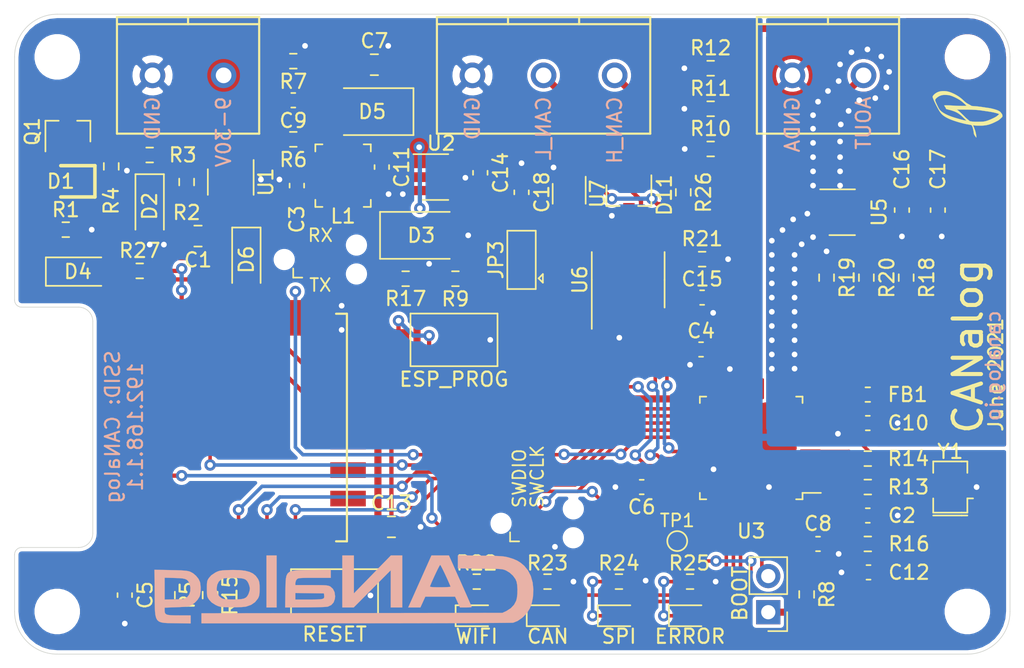
<source format=kicad_pcb>
(kicad_pcb (version 20211014) (generator pcbnew)
  (title_block (title "CANalog") (date "2021-05-04") (company "erry Leumas"))
  (layers (0 "F.Cu" signal) (31 "B.Cu" signal) (34 "B.Paste" user) (35 "F.Paste" user) (36 "B.SilkS" user "B.Silkscreen") (37 "F.SilkS" user "F.Silkscreen") (38 "B.Mask" user) (39 "F.Mask" user) (44 "Edge.Cuts" user))
  (net 0 "")
  (net 1 "GND")
  (net 2 "/Vin")
  (net 3 "Net-(C3-Pad2)")
  (net 4 "Net-(C3-Pad1)")
  (net 5 "+3V3")
  (net 6 "ESP_RESET")
  (net 7 "/5V5")
  (net 8 "Net-(C9-Pad2)")
  (net 9 "GNDA")
  (net 10 "VDDA")
  (net 11 "+5V")
  (net 12 "STM_RESET")
  (net 13 "/OA_PWR")
  (net 14 "Net-(D1-Pad2)")
  (net 15 "Net-(D2-Pad1)")
  (net 16 "/RXD")
  (net 17 "Net-(D6-Pad1)")
  (net 18 "CAN_LED")
  (net 19 "Net-(D7-Pad1)")
  (net 20 "SPI_LED")
  (net 21 "Net-(D8-Pad1)")
  (net 22 "ERROR_LED")
  (net 23 "Net-(D9-Pad1)")
  (net 24 "Net-(D10-Pad1)")
  (net 25 "/CANL")
  (net 26 "/CANH")
  (net 27 "Net-(J1-Pad1)")
  (net 28 "/SWCLK")
  (net 29 "/SWDIO")
  (net 30 "/TXD")
  (net 31 "/BOOT0")
  (net 32 "GPIO2")
  (net 33 "V_B2")
  (net 34 "V_B1")
  (net 35 "V_B0")
  (net 36 "/XIN")
  (net 37 "/XOUT")
  (net 38 "CH_PD")
  (net 39 "STM_CS")
  (net 40 "GPIO0")
  (net 41 "CAN_TX")
  (net 42 "CAN_RX")
  (net 43 "CAN_TERM")
  (net 44 "MOSI")
  (net 45 "MISO")
  (net 46 "SCLK")
  (net 47 "STM_RDY")
  (net 48 "DAC")
  (net 49 "Net-(J5-Pad1)")
  (net 50 "Net-(J6-Pad1)")
  (net 51 "Net-(U3-Pad21)")
  (net 52 "Net-(U3-Pad17)")
  (net 53 "Net-(U3-Pad16)")
  (net 54 "Net-(U3-Pad15)")
  (net 55 "Net-(U3-Pad4)")
  (net 56 "Net-(U3-Pad3)")
  (net 57 "Net-(U3-Pad2)")
  (net 58 "Net-(U4-Pad22)")
  (net 59 "Net-(U4-Pad21)")
  (net 60 "Net-(U4-Pad20)")
  (net 61 "Net-(U4-Pad19)")
  (net 62 "Net-(U4-Pad18)")
  (net 63 "Net-(U4-Pad17)")
  (net 64 "Net-(U4-Pad4)")
  (net 65 "Net-(U4-Pad2)")
  (net 66 "Net-(J4-Pad1)")
  (net 67 "Net-(JP2-Pad1)")
  (net 68 "Net-(R3-Pad1)")
  (net 69 "Net-(R13-Pad2)")
  (net 70 "Net-(R14-Pad2)")
  (net 71 "Net-(R18-Pad2)")
  (net 72 "Net-(R18-Pad1)")
  (net 73 "Net-(R21-Pad1)")
  (net 74 "Net-(R26-Pad2)")
  (net 75 "Net-(U2-Pad4)")
  (net 76 "Net-(U6-Pad5)")
  (net 77 "Net-(U3-Pad30)")
  (net 78 "Net-(J4-Pad6)")
  (net 79 "Net-(J5-Pad6)")
  (net 80 "Net-(J5-Pad2)")
  (net 81 "Net-(U3-Pad46)")
  (net 82 "Net-(U3-Pad45)")
  (net 83 "Net-(U3-Pad43)")
  (net 84 "Net-(U3-Pad42)")
  (net 85 "Net-(U3-Pad22)")
  (net 86 "Net-(U3-Pad12)")
  (net 87 "Net-(U3-Pad11)")
  (net 88 "Net-(U3-Pad10)")
  (net 89 "Net-(TP1-Pad1)")
  (net 90 "Net-(U3-Pad13)")
  (net 91 "/GPIO15")
  (footprint "MountingHole:MountingHole_2.7mm_M2.5" (layer "F.Cu") (at 28 143)
    (fp_text reference "H1" hide)
    (fp_text value "MountingHole" hide)
  )
  (footprint "MountingHole:MountingHole_2.7mm_M2.5" (layer "F.Cu") (at 28 182)
    (fp_text reference "H2" hide)
    (fp_text value "MountingHole" hide)
  )
  (footprint "MountingHole:MountingHole_2.7mm_M2.5" (layer "F.Cu") (at 92 143)
    (fp_text reference "H4" hide)
    (fp_text value "MountingHole" hide)
  )
  (footprint "MountingHole:MountingHole_2.7mm_M2.5" (layer "F.Cu") (at 92 182)
    (fp_text reference "H3" hide)
    (fp_text value "MountingHole" hide)
  )
  (footprint "Capacitor_SMD:C_0805_2012Metric" (layer "F.Cu") (at 37.9 155.6 180)
    (fp_text reference "C1")
    (fp_text value "4.7uF")
  )
  (footprint "Capacitor_SMD:C_0603_1608Metric" (layer "F.Cu") (at 44.85 152.05 90)
    (fp_text reference "C3")
    (fp_text value "100nF")
  )
  (footprint "Capacitor_SMD:C_0805_2012Metric" (layer "F.Cu") (at 50.3 143.55)
    (fp_text reference "C7")
    (fp_text value "10uF")
  )
  (footprint "Capacitor_SMD:C_0603_1608Metric" (layer "F.Cu") (at 44.6 146.05 180)
    (fp_text reference "C9")
    (fp_text value "33pF")
  )
  (footprint "Capacitor_SMD:C_0603_1608Metric" (layer "F.Cu") (at 57.75 151.15 -90)
    (fp_text reference "C14")
    (fp_text value "1uF")
  )
  (footprint "Capacitor_SMD:C_0603_1608Metric" (layer "F.Cu") (at 60.65 152.525 -90)
    (fp_text reference "C18")
    (fp_text value "100nF")
  )
  (footprint "LED_SMD:LED_0603_1608Metric" (layer "F.Cu") (at 67.5 182.3)
    (fp_text reference "D8" hide)
    (fp_text value "ORG")
  )
  (footprint "LED_SMD:LED_0603_1608Metric" (layer "F.Cu") (at 72.5 182.3)
    (fp_text reference "D9" hide)
    (fp_text value "RED")
  )
  (footprint "Package_TO_SOT_SMD:SOT-23" (layer "F.Cu") (at 68.2 152.725 -90)
    (fp_text reference "D11")
    (fp_text value "PESD1CAN")
  )
  (footprint "pl_TerminalBlock:WJ127-5.0-2P" (layer "F.Cu") (at 39.7 144.3 180)
    (fp_text reference "J1" hide)
    (fp_text value "PWR")
  )
  (footprint "pl_TerminalBlock:WJ127-5.0-2P" (layer "F.Cu") (at 84.7 144.3 180)
    (fp_text reference "J6" hide)
    (fp_text value "AOUT")
  )
  (footprint "Jumper:SolderJumper-3_P1.3mm_Bridged2Bar12_Pad1.0x1.5mm" (layer "F.Cu") (at 60.65 157.275 90)
    (fp_text reference "JP3")
    (fp_text value "PSELECT")
  )
  (footprint "Resistor_SMD:R_0603_1608Metric" (layer "F.Cu") (at 44.6 148.8 180)
    (fp_text reference "R6")
    (fp_text value "124k")
  )
  (footprint "Resistor_SMD:R_0603_1608Metric" (layer "F.Cu") (at 44.6 143.3 180)
    (fp_text reference "R7")
    (fp_text value "20.5k")
  )
  (footprint "Resistor_SMD:R_0603_1608Metric" (layer "F.Cu") (at 73.95 143.8)
    (fp_text reference "R12")
    (fp_text value "1k")
  )
  (footprint "Resistor_SMD:R_0603_1608Metric" (layer "F.Cu") (at 85 177.25)
    (fp_text reference "R16")
    (fp_text value "10k")
  )
  (footprint "Resistor_SMD:R_0603_1608Metric" (layer "F.Cu") (at 73.35 157.225)
    (fp_text reference "R21")
    (fp_text value "0")
  )
  (footprint "Resistor_SMD:R_0603_1608Metric" (layer "F.Cu") (at 72.5 179.9 180)
    (fp_text reference "R25")
    (fp_text value "1k")
  )
  (footprint "Button_Switch_SMD:SW_SPST_CK_RS282G05A3" (layer "F.Cu") (at 47.5 180.875 180)
    (fp_text reference "SW1" hide)
    (fp_text value "RESET")
  )
  (footprint "Button_Switch_SMD:SW_SPST_CK_RS282G05A3" (layer "F.Cu") (at 55.9 162.9 180)
    (fp_text reference "SW2" hide)
    (fp_text value "ESP_PROG")
  )
  (footprint "Package_TO_SOT_SMD:SOT-23-6" (layer "F.Cu") (at 40.2 151.8 -90)
    (fp_text reference "U1")
    (fp_text value "BL9342")
  )
  (footprint "Package_TO_SOT_SMD:SOT-23-5" (layer "F.Cu") (at 54.6 151.45)
    (fp_text reference "U2")
    (fp_text value "MIC5504-3.3YM5")
  )
  (footprint "Package_SO:SOIC-8_3.9x4.9mm_P1.27mm" (layer "F.Cu") (at 68.15 158.675 90)
    (fp_text reference "U6")
    (fp_text value "SN65HVD230")
  )
  (footprint "Package_TO_SOT_SMD:SOT-353_SC-70-5" (layer "F.Cu") (at 64 152.625 -90)
    (fp_text reference "U7")
    (fp_text value "74AHC1G66")
  )
  (footprint "Capacitor_SMD:C_0603_1608Metric" (layer "F.Cu") (at 73.35 159.925 180)
    (fp_text reference "C15")
    (fp_text value "100nF")
  )
  (footprint "Package_TO_SOT_SMD:SOT-23" (layer "F.Cu") (at 28.75 148.25 90)
    (fp_text reference "Q1")
    (fp_text value "DMP3099L-7")
  )
  (footprint "Resistor_SMD:R_0603_1608Metric" (layer "F.Cu") (at 52.5 158.6)
    (fp_text reference "R17")
    (fp_text value "10k")
  )
  (footprint "Resistor_SMD:R_0603_1608Metric" (layer "F.Cu") (at 38.75 180.85 90)
    (fp_text reference "R15")
    (fp_text value "10k")
  )
  (footprint "Resistor_SMD:R_0603_1608Metric" (layer "F.Cu") (at 56 158.6 180)
    (fp_text reference "R9")
    (fp_text value "10k")
  )
  (footprint "Diode_SMD:D_SOD-123" (layer "F.Cu") (at 41.3 157.25 -90)
    (fp_text reference "D6")
    (fp_text value "1N4148W")
  )
  (footprint "Diode_SMD:D_SOD-123" (layer "F.Cu") (at 34.5 153.5 -90)
    (fp_text reference "D2")
    (fp_text value "4.7V")
  )
  (footprint "Resistor_SMD:R_0603_1608Metric" (layer "F.Cu") (at 34.5 149.9)
    (fp_text reference "R3")
    (fp_text value "20k")
  )
  (footprint "Resistor_SMD:R_0603_1608Metric" (layer "F.Cu") (at 37.1 151.8 -90)
    (fp_text reference "R2")
    (fp_text value "120k")
  )
  (footprint "Resistor_SMD:R_0603_1608Metric" (layer "F.Cu") (at 31.8 150.7 90)
    (fp_text reference "R4")
    (fp_text value "12k")
  )
  (footprint "pl_Inductor:L_3.5mmx3.0mm_SMD" (layer "F.Cu") (at 48.1 151.35 90)
    (fp_text reference "L1")
    (fp_text value "2.2uH")
  )
  (footprint "pl_Diode:SMAF" (layer "F.Cu") (at 50.15 146.85 180)
    (fp_text reference "D5")
    (fp_text value "SS14F")
  )
  (footprint "Capacitor_SMD:C_0603_1608Metric" (layer "F.Cu") (at 50.825 150.75 -90)
    (fp_text reference "C11")
    (fp_text value "1uF")
  )
  (footprint "ESP8266:ESP-12E_SMD" (layer "F.Cu") (at 32.75 176.05 90)
    (fp_text reference "U4" hide)
    (fp_text value "ESP-12F" hide)
  )
  (footprint "LED_SMD:LED_0603_1608Metric" (layer "F.Cu") (at 62.5 182.3)
    (fp_text reference "D7" hide)
    (fp_text value "GRN")
  )
  (footprint "Resistor_SMD:R_0603_1608Metric" (layer "F.Cu") (at 57.5 179.9)
    (fp_text reference "R22")
    (fp_text value "1k")
  )
  (footprint "TestPoint:TestPoint_Pad_D1.0mm" (layer "F.Cu") (at 71.6 177.05)
    (fp_text reference "TP1")
    (fp_text value "PA15")
  )
  (footprint "Connector:Tag-Connect_TC2030-IDC-NL_2x03_P1.27mm_Vertical" (layer "F.Cu") (at 46.5 157.25)
    (fp_text reference "J5" hide)
    (fp_text value "ESP_PROG")
  )
  (footprint "pl_Diode:SMAF" (layer "F.Cu") (at 53.6 155.55)
    (fp_text reference "D3")
    (fp_text value "SS14F")
  )
  (footprint "Capacitor_SMD:C_0603_1608Metric" (layer "F.Cu") (at 32.75 180.85 -90)
    (fp_text reference "C5")
    (fp_text value "100nF")
  )
  (footprint "Resistor_SMD:R_0603_1608Metric" (layer "F.Cu") (at 35.75 180.85 90)
    (fp_text reference "R5")
    (fp_text value "10k")
  )
  (footprint "Capacitor_SMD:C_0805_2012Metric" (layer "F.Cu") (at 51.5 176.05)
    (fp_text reference "C13")
    (fp_text value "10uF")
  )
  (footprint "pl_Diode:Nexperia_BZV55_SOD80C" (layer "F.Cu") (at 28.25 151.75 180)
    (fp_text reference "D1")
    (fp_text value "BZV55-C15")
  )
  (footprint "Resistor_SMD:R_0603_1608Metric" (layer "F.Cu") (at 28.6 155.15)
    (fp_text reference "R1")
    (fp_text value "10k")
  )
  (footprint "Inductor_SMD:L_0603_1608Metric" (layer "F.Cu") (at 85 166.75)
    (fp_text reference "FB1")
    (fp_text value "FBS")
  )
  (footprint "Package_QFP:LQFP-48_7x7mm_P0.5mm" (layer "F.Cu") (at 76.8 170.5 180)
    (fp_text reference "U3")
    (fp_text value "STM32F302C8T6")
  )
  (footprint "Resistor_SMD:R_0603_1608Metric" (layer "F.Cu") (at 85 171.25)
    (fp_text reference "R14")
    (fp_text value "R")
  )
  (footprint "Capacitor_SMD:C_0603_1608Metric" (layer "F.Cu") (at 85 168.75)
    (fp_text reference "C10")
    (fp_text value "100nF")
  )
  (footprint "Resistor_SMD:R_0603_1608Metric" (layer "F.Cu") (at 85 173.25)
    (fp_text reference "R13")
    (fp_text value "R")
  )
  (footprint "Capacitor_SMD:C_0603_1608Metric" (layer "F.Cu") (at 85 175.25)
    (fp_text reference "C2")
    (fp_text value "1uF")
  )
  (footprint "Connector_PinHeader_2.54mm:PinHeader_1x02_P2.54mm_Vertical" (layer "F.Cu") (at 78 182.05 180)
    (fp_text reference "JP2" hide)
    (fp_text value "BOOT0")
  )
  (footprint "Resistor_SMD:R_0603_1608Metric" (layer "F.Cu") (at 80.7 180.8 -90)
    (fp_text reference "R8")
    (fp_text value "1k")
  )
  (footprint "Capacitor_SMD:C_0603_1608Metric" (layer "F.Cu") (at 81.5 177.25)
    (fp_text reference "C8")
    (fp_text value "100nF")
  )
  (footprint "Capacitor_SMD:C_0603_1608Metric" (layer "F.Cu") (at 85.05 179.25)
    (fp_text reference "C12")
    (fp_text value "100nF")
  )
  (footprint "Crystal:Resonator_SMD_muRata_CSTxExxV-3Pin_3.0x1.1mm" (layer "F.Cu") (at 90.8 173.25 90)
    (fp_text reference "Y1")
    (fp_text value "16MHz")
  )
  (footprint "Resistor_SMD:R_0603_1608Metric" (layer "F.Cu") (at 67.5 179.9 180)
    (fp_text reference "R24")
    (fp_text value "1k")
  )
  (footprint "Resistor_SMD:R_0603_1608Metric" (layer "F.Cu") (at 62.475 179.9 180)
    (fp_text reference "R23")
    (fp_text value "1k")
  )
  (footprint "LED_SMD:LED_0603_1608Metric" (layer "F.Cu") (at 57.5 182.3)
    (fp_text reference "D10" hide)
    (fp_text value "BLU")
  )
  (footprint "Capacitor_SMD:C_0603_1608Metric" (layer "F.Cu") (at 69.1 173.25 180)
    (fp_text reference "C6")
    (fp_text value "100nF")
  )
  (footprint "Connector:Tag-Connect_TC2030-IDC-NL_2x03_P1.27mm_Vertical" (layer "F.Cu") (at 61.75 175.8)
    (fp_text reference "J4" hide)
    (fp_text value "STM_PROG")
  )
  (footprint "Resistor_SMD:R_0603_1608Metric" (layer "F.Cu") (at 73.95 149.475)
    (fp_text reference "R10")
    (fp_text value "1k")
  )
  (footprint "Resistor_SMD:R_0603_1608Metric" (layer "F.Cu") (at 73.95 146.65)
    (fp_text reference "R11")
    (fp_text value "1k")
  )
  (footprint "Resistor_SMD:R_0603_1608Metric" (layer "F.Cu") (at 87.7 158.525 -90)
    (fp_text reference "R18")
    (fp_text value "120k")
  )
  (footprint "Resistor_SMD:R_0603_1608Metric" (layer "F.Cu") (at 84.9 158.525 -90)
    (fp_text reference "R20")
    (fp_text value "68k")
  )
  (footprint "Resistor_SMD:R_0603_1608Metric" (layer "F.Cu") (at 82.1 158.525 90)
    (fp_text reference "R19")
    (fp_text value "12k")
  )
  (footprint "Capacitor_SMD:C_0603_1608Metric" (layer "F.Cu") (at 87.4 153.775 -90)
    (fp_text reference "C16")
    (fp_text value "100nF")
  )
  (footprint "Package_TO_SOT_SMD:SOT-23-5" (layer "F.Cu") (at 83.2 153.925)
    (fp_text reference "U5")
    (fp_text value "OPA330xxDBV")
  )
  (footprint "Capacitor_SMD:C_0603_1608Metric" (layer "F.Cu") (at 89.925 153.775 -90)
    (fp_text reference "C17")
    (fp_text value "1uF")
  )
  (footprint "Capacitor_SMD:C_0603_1608Metric" (layer "F.Cu") (at 73.275 163.575 180)
    (fp_text reference "C4")
    (fp_text value "100nF")
  )
  (footprint "Resistor_SMD:R_0603_1608Metric" (layer "F.Cu") (at 72.025 152.525 -90)
    (fp_text reference "R26")
    (fp_text value "120")
  )
  (footprint "PL_logo:logo_height_5mm" (layer "F.Cu") (at 92.025 147.05 90)
    (fp_text reference "G***" hide)
    (fp_text value "LOGO" hide)
  )
  (footprint "Diode_SMD:D_SOD-123" (layer "F.Cu") (at 29.45 158.1)
    (fp_text reference "D4")
    (fp_text value "1N4148W")
  )
  (footprint "Resistor_SMD:R_0603_1608Metric" (layer "F.Cu") (at 33.8 158.05)
    (fp_text reference "R27")
    (fp_text value "1k")
  )
  (footprint "pl_TerminalBlock:WJ127-5.0-3P" (layer "F.Cu") (at 67.2 144.3 180)
    (fp_text reference "J7" hide)
    (fp_text value "CAN")
  )
  (footprint "NetTie:NetTie-2_SMD_Pad0.5mm" (layer "B.Cu") (at 77.75 169.75)
    (fp_text reference "NT1" hide)
    (fp_text value "Net-Tie_2")
  )
  (footprint "pl_art:pl_canalog" (layer "B.Cu") (at 48.15 180.55 180)
    (fp_text reference "G***" hide)
    (fp_text value "LOGO" hide)
  )
  (gr_line (start 25 160.1) (end 25 143) (layer "Edge.Cuts") (width 0.05))
  (gr_line (start 25 178) (end 25 182) (layer "Edge.Cuts") (width 0.05))
  (gr_arc (start 25 178) (mid 25.146447 177.646447) (end 25.5 177.5) (layer "Edge.Cuts") (width 0.05))
  (gr_arc (start 28 185) (mid 25.87868 184.12132) (end 25 182) (layer "Edge.Cuts") (width 0.05))
  (gr_arc (start 95 182) (mid 94.12132 184.12132) (end 92 185) (layer "Edge.Cuts") (width 0.05))
  (gr_line (start 25.5 160.6) (end 29.5 160.6) (layer "Edge.Cuts") (width 0.05))
  (gr_arc (start 30.5 176.5) (mid 30.207107 177.207107) (end 29.5 177.5) (layer "Edge.Cuts") (width 0.05))
  (gr_line (start 28 140) (end 92 140) (layer "Edge.Cuts") (width 0.05))
  (gr_arc (start 25.5 160.6) (mid 25.146447 160.453553) (end 25 160.1) (layer "Edge.Cuts") (width 0.05))
  (gr_line (start 95 143) (end 95 182) (layer "Edge.Cuts") (width 0.05))
  (gr_arc (start 29.5 160.6) (mid 30.207107 160.892893) (end 30.5 161.6) (layer "Edge.Cuts") (width 0.05))
  (gr_arc (start 25 143) (mid 25.87868 140.87868) (end 28 140) (layer "Edge.Cuts") (width 0.05))
  (gr_line (start 30.5 161.6) (end 30.5 176.5) (layer "Edge.Cuts") (width 0.05))
  (gr_line (start 29.5 177.5) (end 25.5 177.5) (layer "Edge.Cuts") (width 0.05))
  (gr_line (start 92 185) (end 28 185) (layer "Edge.Cuts") (width 0.05))
  (gr_arc (start 92 140) (mid 94.12132 140.87868) (end 95 143) (layer "Edge.Cuts") (width 0.05))
  (gr_text "CAN_H" (at 67.2 145.7 90) (layer "B.SilkS") (effects (font (size 1 1)) (justify left mirror)))
  (gr_text "GND" (at 34.7 145.7 90) (layer "B.SilkS") (effects (font (size 1 1)) (justify left mirror)))
  (gr_text "AOUT" (at 84.7 145.7 90) (layer "B.SilkS") (effects (font (size 1 1)) (justify left mirror)))
  (gr_text "CAN_L" (at 62.2 145.7 90) (layer "B.SilkS") (effects (font (size 1 1)) (justify left mirror)))
  (gr_text "SSID: CANalog\n192.168.1.1" (at 32.7 169.025 90) (layer "B.SilkS") (effects (font (size 1 1)) (justify mirror)))
  (gr_text "GNDA" (at 79.7 145.7 90) (layer "B.SilkS") (effects (font (size 1 1)) (justify left mirror)))
  (gr_text "9-30V" (at 39.7 145.7 90) (layer "B.SilkS") (effects (font (size 1 1)) (justify left mirror)))
  (gr_text "GND" (at 57.2 145.7 90) (layer "B.SilkS") (effects (font (size 1 1)) (justify left mirror)))
  (gr_text "canalog.io" (at 93.825 164.725 90) (layer "B.SilkS") (effects (font (size 1 1)) (justify mirror)))
  (gr_text "ERROR" (at 72.5 183.75) (layer "F.SilkS") (effects (font (size 1 1))))
  (gr_text "SWDIO" (at 60.5 174.8 90) (layer "F.SilkS") (effects (font (size 0.9 0.9) (thickness 0.128571)) (justify left)))
  (gr_text "BOOT" (at 76 180.75 90) (layer "F.SilkS") (effects (font (size 1 1))))
  (gr_text "CANalog" (at 92.05 163.35 90) (layer "F.SilkS") (effects (font (size 2 2) (thickness 0.285714))))
  (gr_text "SPI" (at 67.5 183.75) (layer "F.SilkS") (effects (font (size 1 1))))
  (gr_text "ESP_PROG" (at 55.9 165.675) (layer "F.SilkS") (effects (font (size 1 1))))
  (gr_text "RESET" (at 47.5 183.6) (layer "F.SilkS") (effects (font (size 1 1))))
  (gr_text "SWCLK" (at 61.75 174.8 90) (layer "F.SilkS") (effects (font (size 0.9 0.9) (thickness 0.128571)) (justify left)))
  (gr_text "RX" (at 46.5 155.55) (layer "F.SilkS") (effects (font (size 0.9 0.9) (thickness 0.128571))))
  (gr_text "TX" (at 46.5 159.05) (layer "F.SilkS") (effects (font (size 0.9 0.9) (thickness 0.128571))))
  (gr_text "CAN" (at 62.5 183.75) (layer "F.SilkS") (effects (font (size 1 1))))
  (gr_text "June 2021" (at 94 165.35 90) (layer "F.SilkS") (effects (font (size 1 1))))
  (gr_text "WIFI" (at 57.5 183.75) (layer "F.SilkS") (effects (font (size 1 1))))
  (segment (start 73.125 146.65) (end 72.1 146.65) (width 0.3) (layer "F.Cu") (net 1))
  (segment (start 74.55 166.3375) (end 74.55 165.3) (width 0.25) (layer "F.Cu") (net 1))
  (segment (start 74.125 159.925) (end 74.125 161) (width 0.25) (layer "F.Cu") (net 1))
  (segment (start 29.425 155.15) (end 30.425 155.15) (width 0.3) (layer "F.Cu") (net 1))
  (segment (start 69.306575 179.9) (end 69.377062 179.829513) (width 0.3) (layer "F.Cu") (net 1))
  (segment (start 59.8 162.9) (end 58.45 162.9) (width 0.3) (layer "F.Cu") (net 1))
  (segment (start 60.65 151.75) (end 60.65 150.475) (width 0.3) (layer "F.Cu") (net 1))
  (segment (start 74.9 164.95) (end 75.3 164.95) (width 0.25) (layer "F.Cu") (net 1))
  (segment (start 82.275 177.275) (end 82.95 177.95) (width 0.25) (layer "F.Cu") (net 1))
  (segment (start 68.325 173.25) (end 67.25 173.25) (width 0.3) (layer "F.Cu") (net 1))
  (segment (start 63.02 176.435) (end 63.02 177.43) (width 0.25) (layer "F.Cu") (net 1))
  (segment (start 82.275 177.25) (end 82.275 177.275) (width 0.25) (layer "F.Cu") (net 1))
  (segment (start 45.425 143.3) (end 45.425 142.225) (width 0.3) (layer "F.Cu") (net 1))
  (segment (start 72.5 163.575) (end 72.5 164.65) (width 0.25) (layer "F.Cu") (net 1))
  (segment (start 74.175 157.225) (end 75.175 157.225) (width 0.25) (layer "F.Cu") (net 1))
  (segment (start 63.35 151.224998) (end 62.9 150.774998) (width 0.3) (layer "F.Cu") (net 1))
  (segment (start 32.375 151.525) (end 32.9 151) (width 0.5) (layer "F.Cu") (net 1))
  (segment (start 52.45 176.05) (end 53.54999 176.05) (width 0.3) (layer "F.Cu") (net 1))
  (segment (start 67.45 153.725) (end 67 154.175) (width 0.3) (layer "F.Cu") (net 1))
  (segment (start 79.05 173.65) (end 78.65 173.25) (width 0.25) (layer "F.Cu") (net 1))
  (segment (start 51.275 142.225) (end 51.25 142.25) (width 0.3) (layer "F.Cu") (net 1))
  (segment (start 68.325 179.9) (end 69.306575 179.9) (width 0.3) (layer "F.Cu") (net 1))
  (segment (start 51.25 142.25) (end 51.25 143.55) (width 0.3) (layer "F.Cu") (net 1))
  (segment (start 53.325 158.6) (end 53.325 158.375) (width 0.3) (layer "F.Cu") (net 1))
  (segment (start 63.02 177.43) (end 63 177.45) (width 0.25) (layer "F.Cu") (net 1))
  (segment (start 73.325 179.9) (end 74.3 179.9) (width 0.25) (layer "F.Cu") (net 1))
  (segment (start 90.8 173.25) (end 92.65 173.25) (width 0.25) (layer "F.Cu") (net 1))
  (segment (start 67.525 161.16) (end 67.515 161.15) (width 0.3) (layer "F.Cu") (net 1))
  (segment (start 74.55 165.3) (end 74.9 164.95) (width 0.25) (layer "F.Cu") (net 1))
  (segment (start 74.15 172.565685) (end 74.15 172) (width 0.25) (layer "F.Cu") (net 1))
  (segment (start 63.35 151.675) (end 63.35 151.224998) (width 0.3) (layer "F.Cu") (net 1))
  (segment (start 31.8 151.525) (end 32.375 151.525) (width 0.5) (layer "F.Cu") (net 1))
  (segment (start 53.325 158.375) (end 54.15 157.55) (width 0.3) (layer "F.Cu") (net 1))
  (segment (start 32.75 181.625) (end 32.75 182.85) (width 0.3) (layer "F.Cu") (net 1))
  (segment (start 74.3 179.9) (end 74.300006 179.899994) (width 0.25) (layer "F.Cu") (net 1))
  (segment (start 63.3 179.9) (end 64.3 179.9) (width 0.3) (layer "F.Cu") (net 1))
  (segment (start 84.275 179.25) (end 83.15 179.25) (width 0.25) (layer "F.Cu") (net 1))
  (segment (start 78.65 173.25) (end 78.05 173.25) (width 0.25) (layer "F.Cu") (net 1))
  (segment (start 47.77 157.885) (end 46.75 158.905) (width 0.3) (layer "F.Cu") (net 1))
  (segment (start 73.125 149.475) (end 72.125 149.475) (width 0.25) (layer "F.Cu") (net 1))
  (segment (start 46.75 158.905) (end 46.75 162.05) (width 0.3) (layer "F.Cu") (net 1))
  (segment (start 68.2 153.725) (end 67.45 153.725) (width 0.3) (layer "F.Cu") (net 1))
  (segment (start 79.05 174.6625) (end 79.05 173.65) (width 0.25) (layer "F.Cu") (net 1))
  (segment (start 67.525 162.75) (end 67.525 161.16) (width 0.3) (layer "F.Cu") (net 1))
  (segment (start 55.5 155.55) (end 56.9 155.55) (width 0.3) (layer "F.Cu") (net 1))
  (segment (start 73.125 143.8) (end 72.1 143.8) (width 0.3) (layer "F.Cu") (net 1))
  (segment (start 72.6375 172.75) (end 73.965685 172.75) (width 0.25) (layer "F.Cu") (net 1))
  (segment (start 51.4 180.875) (end 50.025 180.875) (width 0.25) (layer "F.Cu") (net 1))
  (segment (start 73.965685 172.75) (end 74.15 172.565685) (width 0.25) (layer "F.Cu") (net 1))
  (segment (start 85.775 175.25) (end 87.1 175.25) (width 0.25) (layer "F.Cu") (net 1))
  (via (at 72.1 146.65) (size 0.8) (drill 0.4) (layers "F.Cu" "B.Cu") (net 1))
  (via (at 51.275 142.225) (size 0.8) (drill 0.4) (layers "F.Cu" "B.Cu") (net 1))
  (via (at 78.05 173.25) (size 0.8) (drill 0.4) (layers "F.Cu" "B.Cu") (net 1))
  (via (at 43.625 151.625) (size 0.8) (drill 0.4) (layers "F.Cu" "B.Cu") (net 1))
  (via (at 92.65 173.25) (size 0.8) (drill 0.4) (layers "F.Cu" "B.Cu") (net 1))
  (via (at 54.15 157.55) (size 0.8) (drill 0.4) (layers "F.Cu" "B.Cu") (net 1))
  (via (at 63 177.45) (size 0.8) (drill 0.4) (layers "F.Cu" "B.Cu") (net 1))
  (via (at 30.425 155.15) (size 0.8) (drill 0.4) (layers "F.Cu" "B.Cu") (net 1))
  (via (at 34.5 156.2) (size 0.8) (drill 0.4) (layers "F.Cu" "B.Cu") (net 1))
  (via (at 62.9 150.774998) (size 0.8) (drill 0.4) (layers "F.Cu" "B.Cu") (net 1))
  (via (at 48 160.5) (size 0.8) (drill 0.4) (layers "F.Cu" "B.Cu") (net 1))
  (via (at 53.54999 176.05) (size 0.8) (drill 0.4) (layers "F.Cu" "B.Cu") (net 1))
  (via (at 69.377062 179.829513) (size 0.8) (drill 0.4) (layers "F.Cu" "B.Cu") (net 1))
  (via (at 74.300006 179.899994) (size 0.8) (drill 0.4) (layers "F.Cu" "B.Cu") (net 1))
  (via (at 72.5 164.65) (size 0.8) (drill 0.4) (layers "F.Cu" "B.Cu") (net 1))
  (via (at 56.9 155.55) (size 0.8) (drill 0.4) (layers "F.Cu" "B.Cu") (net 1))
  (via (at 45.425 142.225) (size 0.8) (drill 0.4) (layers "F.Cu" "B.Cu") (net 1))
  (via (at 74.15 172) (size 0.8) (drill 0.4) (layers "F.Cu" "B.Cu") (net 1))
  (via (at 48 162.2) (size 0.8) (drill 0.4) (layers "F.Cu" "B.Cu") (net 1))
  (via (at 67.25 173.25) (size 0.8) (drill 0.4) (layers "F.Cu" "B.Cu") (net 1))
  (via (at 52.3 152.65) (size 0.8) (drill 0.4) (layers "F.Cu" "B.Cu") (net 1))
  (via (at 74.125 161) (size 0.8) (drill 0.4) (layers "F.Cu" "B.Cu") (net 1))
  (via (at 64.3 179.9) (size 0.8) (drill 0.4) (layers "F.Cu" "B.Cu") (net 1))
  (via (at 32.75 182.85) (size 0.8) (drill 0.4) (layers "F.Cu" "B.Cu") (net 1))
  (via (at 56.7 151.5) (size 0.8) (drill 0.4) (layers "F.Cu" "B.Cu") (net 1))
  (via (at 58.45 162.9) (size 0.8) (drill 0.4) (layers "F.Cu" "B.Cu") (net 1))
  (via (at 42.325 151.625) (size 0.8) (drill 0.4) (layers "F.Cu" "B.Cu") (net 1))
  (via (at 75.175 157.225) (size 0.8) (drill 0.4) (layers "F.Cu" "B.Cu") (net 1))
  (via (at 51.3 152.65) (size 0.8) (drill 0.4) (layers "F.Cu" "B.Cu") (net 1))
  (via (at 75.3 164.95) (size 0.8) (drill 0.4) (layers "F.Cu" "B.Cu") (net 1))
  (via (at 72.125 149.475) (size 0.8) (drill 0.4) (layers "F.Cu" "B.Cu") (net 1))
  (via (at 35.5 156.2) (size 0.8) (drill 0.4) (layers "F.Cu" "B.Cu") (net 1))
  (via (at 32.9 151) (size 0.8) (drill 0.4) (layers "F.Cu" "B.Cu") (net 1))
  (via (at 50.025 180.875) (size 0.8) (drill 0.4) (layers "F.Cu" "B.Cu") (net 1))
  (via (at 87.1 175.25) (size 0.8) (drill 0.4) (layers "F.Cu" "B.Cu") (net 1))
  (via (at 67.525 162.75) (size 0.8) (drill 0.4) (layers "F.Cu" "B.Cu") (net 1))
  (via (at 60.65 150.475) (size 0.8) (drill 0.4) (layers "F.Cu" "B.Cu") (net 1))
  (via (at 72.1 143.8) (size 0.8) (drill 0.4) (layers "F.Cu" "B.Cu") (net 1))
  (via (at 82.95 177.95) (size 0.8) (drill 0.4) (layers "F.Cu" "B.Cu") (net 1))
  (via (at 67 154.175) (size 0.8) (drill 0.4) (layers "F.Cu" "B.Cu") (net 1))
  (via (at 83.15 179.25) (size 0.8) (drill 0.4) (layers "F.Cu" "B.Cu") (net 1))
  (segment (start 77.25 169.75) (end 77.25 168.825) (width 0.7) (layer "B.Cu") (net 1))
  (segment (start 77.25 169.75) (end 77.25 170.675) (width 0.7) (layer "B.Cu") (net 1))
  (segment (start 44.275 150.7) (end 44.85 151.275) (width 0.5) (layer "F.Cu") (net 3))
  (segment (start 41.15 150.7) (end 44.275 150.7) (width 0.5) (layer "F.Cu") (net 3))
  (segment (start 64.85 165.4) (end 66.5 167.05) (width 0.5) (layer "F.Cu") (net 5))
  (segment (start 80.725 179.95) (end 80.7 179.975) (width 0.5) (layer "F.Cu") (net 5))
  (segment (start 80 177.25) (end 80.725 177.25) (width 0.25) (layer "F.Cu") (net 5))
  (segment (start 46.75 180.380002) (end 46.75 176.05) (width 0.3) (layer "F.Cu") (net 5))
  (segment (start 58.775 150.725) (end 58.775 158.15) (width 0.5) (layer "F.Cu") (net 5))
  (segment (start 84.2125 166.75) (end 80.55 166.75) (width 0.5) (layer "F.Cu") (net 5))
  (segment (start 58.2875 182.3) (end 58.2875 182.9) (width 0.3) (layer "F.Cu") (net 5))
  (segment (start 59.2 158.575) (end 56.85 158.575) (width 0.5) (layer "F.Cu") (net 5))
  (segment (start 50.55 167.6) (end 50.55 176.05) (width 0.5) (layer "F.Cu") (net 5))
  (segment (start 63.5 158.575) (end 64.85 159.925) (width 0.5) (layer "F.Cu") (net 5))
  (segment (start 74.05 170.826998) (end 74.875001 171.651999) (width 0.25) (layer "F.Cu") (net 5))
  (segment (start 64.85 159.925) (end 64.85 165.4) (width 0.5) (layer "F.Cu") (net 5))
  (segment (start 74.05 166.3375) (end 74.05 170.826998) (width 0.25) (layer "F.Cu") (net 5))
  (segment (start 84.175 175.3) (end 84.225 175.25) (width 0.5) (layer "F.Cu") (net 5))
  (segment (start 57.46249 183.72501) (end 45.85501 183.72501) (width 0.3) (layer "F.Cu") (net 5))
  (segment (start 79.55 174.6625) (end 79.55 176.8) (width 0.25) (layer "F.Cu") (net 5))
  (segment (start 53.3 162.125) (end 53.3 164.85) (width 0.5) (layer "F.Cu") (net 5))
  (segment (start 56.825 158.6) (end 53.3 162.125) (width 0.5) (layer "F.Cu") (net 5))
  (segment (start 79.55 173.55) (end 79.55 174.6625) (width 0.25) (layer "F.Cu") (net 5))
  (segment (start 80.9625 173.25) (end 82.225 173.25) (width 0.25) (layer "F.Cu") (net 5))
  (segment (start 74.875001 172.477094) (end 74.102095 173.25) (width 0.25) (layer "F.Cu") (net 5))
  (segment (start 80.725 177.25) (end 80.725 179.95) (width 0.5) (layer "F.Cu") (net 5))
  (segment (start 74.05 166.3375) (end 74.05 163.575) (width 0.25) (layer "F.Cu") (net 5))
  (segment (start 84.175 177.25) (end 84.175 175.3) (width 0.5) (layer "F.Cu") (net 5))
  (segment (start 79.85 173.25) (end 79.55 173.55) (width 0.25) (layer "F.Cu") (net 5))
  (segment (start 60.65 158.575) (end 63.5 158.575) (width 0.5) (layer "F.Cu") (net 5))
  (segment (start 74.102095 173.25) (end 72.6375 173.25) (width 0.25) (layer "F.Cu") (net 5))
  (segment (start 35.75 181.675) (end 38.75 181.675) (width 0.3) (layer "F.Cu") (net 5))
  (segment (start 82.225 173.25) (end 84.225 175.25) (width 0.25) (layer "F.Cu") (net 5))
  (segment (start 44.630001 182.500001) (end 46.75 180.380002) (width 0.3) (layer "F.Cu") (net 5))
  (segment (start 58.2875 182.9) (end 57.46249 183.72501) (width 0.3) (layer "F.Cu") (net 5))
  (segment (start 38.75 181.675) (end 39.575001 182.500001) (width 0.3) (layer "F.Cu") (net 5))
  (segment (start 80.9625 173.25) (end 79.85 173.25) (width 0.25) (layer "F.Cu") (net 5))
  (segment (start 39.575001 182.500001) (end 44.630001 182.500001) (width 0.3) (layer "F.Cu") (net 5))
  (segment (start 58.775 158.15) (end 59.2 158.575) (width 0.5) (layer "F.Cu") (net 5))
  (segment (start 74.875001 171.651999) (end 74.875001 172.477094) (width 0.25) (layer "F.Cu") (net 5))
  (segment (start 53.3 164.85) (end 50.55 167.6) (width 0.5) (layer "F.Cu") (net 5))
  (segment (start 66.5 167.05) (end 73.2 167.05) (width 0.5) (layer "F.Cu") (net 5))
  (segment (start 58.425 150.375) (end 58.775 150.725) (width 0.5) (layer "F.Cu") (net 5))
  (segment (start 59.2 158.575) (end 60.65 158.575) (width 0.5) (layer "F.Cu") (net 5))
  (segment (start 46.75 176.05) (end 50.55 176.05) (width 0.5) (layer "F.Cu") (net 5))
  (segment (start 56.85 158.575) (end 56.825 158.6) (width 0.5) (layer "F.Cu") (net 5))
  (segment (start 79.55 176.8) (end 80 177.25) (width 0.25) (layer "F.Cu") (net 5))
  (segment (start 80.55 166.75) (end 80.25 167.05) (width 0.5) (layer "F.Cu") (net 5))
  (segment (start 45.85501 183.72501) (end 44.630001 182.500001) (width 0.3) (layer "F.Cu") (net 5))
  (segment (start 57.75 150.375) (end 58.425 150.375) (width 0.5) (layer "F.Cu") (net 5))
  (segment (start 72.6375 173.25) (end 69.875 173.25) (width 0.25) (layer "F.Cu") (net 5))
  (segment (start 43.6 180.875) (end 36.6 180.875) (width 0.25) (layer "F.Cu") (net 6))
  (segment (start 32.75 164.55) (end 31.25 163.05) (width 0.3) (layer "F.Cu") (net 6))
  (segment (start 35.7 180.075) (end 35.75 180.025) (width 0.3) (layer "F.Cu") (net 6))
  (segment (start 36.6 180.875) (end 35.75 180.025) (width 0.25) (layer "F.Cu") (net 6))
  (segment (start 32.75 180.075) (end 35.7 180.075) (width 0.3) (layer "F.Cu") (net 6))
  (segment (start 32.75 176.05) (end 32.75 164.55) (width 0.3) (layer "F.Cu") (net 6))
  (segment (start 32.75 176.05) (end 32.75 178.75) (width 0.3) (layer "F.Cu") (net 6))
  (segment (start 32.75 178.75) (end 32.75 180.075) (width 0.3) (layer "F.Cu") (net 6))
  (segment (start 29.45 158.1) (end 27.8 158.1) (width 0.3) (layer "F.Cu") (net 6))
  (segment (start 31.25 159.9) (end 29.45 158.1) (width 0.3) (layer "F.Cu") (net 6))
  (segment (start 31.25 163.05) (end 31.25 159.9) (width 0.3) (layer "F.Cu") (net 6))
  (segment (start 43.825 146.05) (end 43.825 143.35) (width 0.3) (layer "F.Cu") (net 8))
  (segment (start 43.825 143.35) (end 43.775 143.3) (width 0.3) (layer "F.Cu") (net 8))
  (segment (start 43.775 146.1) (end 43.825 146.05) (width 0.3) (layer "F.Cu") (net 8))
  (segment (start 43.775 148.8) (end 43.775 146.1) (width 0.3) (layer "F.Cu") (net 8))
  (segment (start 43.775 148.8) (end 40.32 148.8) (width 0.3) (layer "F.Cu") (net 8))
  (segment (start 40.32 148.8) (end 39.25 149.87) (width 0.3) (layer "F.Cu") (net 8))
  (segment (start 39.25 149.87) (end 39.25 150.7) (width 0.3) (layer "F.Cu") (net 8))
  (segment (start 80.9625 169.75) (end 82.65 169.75) (width 0.25) (layer "F.Cu") (net 9))
  (segment (start 82.65 169.75) (end 82.9 169.5) (width 0.25) (layer "F.Cu") (net 9))
  (via (at 78.25 164.925) (size 0.8) (drill 0.4) (layers "F.Cu" "B.Cu") (net 9))
  (via (at 78.25 163.925) (size 0.8) (drill 0.4) (layers "F.Cu" "B.Cu") (net 9))
  (via (at 78.25 162.925) (size 0.8) (drill 0.4) (layers "F.Cu" "B.Cu") (net 9))
  (via (at 78.25 161.925) (size 0.8) (drill 0.4) (layers "F.Cu" "B.Cu") (net 9))
  (via (at 78.25 160.925) (size 0.8) (drill 0.4) (layers "F.Cu" "B.Cu") (net 9))
  (via (at 78.25 159.925) (size 0.8) (drill 0.4) (layers "F.Cu" "B.Cu") (net 9))
  (via (at 78.25 158.925) (size 0.8) (drill 0.4) (layers "F.Cu" "B.Cu") (net 9))
  (via (at 78.25 157.925) (size 0.8) (drill 0.4) (layers "F.Cu" "B.Cu") (net 9))
  (via (at 78.25 156.925) (size 0.8) (drill 0.4) (layers "F.Cu" "B.Cu") (net 9))
  (via (at 78.25 155.925) (size 0.8) (drill 0.4) (layers "F.Cu" "B.Cu") (net 9))
  (via (at 79.85 164.925) (size 0.8) (drill 0.4) (layers "F.Cu" "B.Cu") (net 9))
  (via (at 79.85 163.925) (size 0.8) (drill 0.4) (layers "F.Cu" "B.Cu") (net 9))
  (via (at 79.85 162.925) (size 0.8) (drill 0.4) (layers "F.Cu" "B.Cu") (net 9))
  (via (at 79.85 161.925) (size 0.8) (drill 0.4) (layers "F.Cu" "B.Cu") (net 9))
  (via (at 79.85 160.925) (size 0.8) (drill 0.4) (layers "F.Cu" "B.Cu") (net 9))
  (via (at 79.85 159.925) (size 0.8) (drill 0.4) (layers "F.Cu" "B.Cu") (net 9))
  (via (at 79.85 158.925) (size 0.8) (drill 0.4) (layers "F.Cu" "B.Cu") (net 9))
  (via (at 79.85 157.925) (size 0.8) (drill 0.4) (layers "F.Cu" "B.Cu") (net 9))
  (via (at 79.85 156.925) (size 0.8) (drill 0.4) (layers "F.Cu" "B.Cu") (net 9))
  (via (at 90.2 155.625) (size 0.8) (drill 0.4) (layers "F.Cu" "B.Cu") (net 9))
  (via (at 87.4 155.625) (size 0.8) (drill 0.4) (layers "F.Cu" "B.Cu") (net 9))
  (via (at 82.1 156.675) (size 0.8) (drill 0.4) (layers "F.Cu" "B.Cu") (net 9))
  (via (at 81.15 152.05) (size 0.8) (drill 0.4) (layers "F.Cu" "B.Cu") (net 9))
  (via (at 83.05 152.05) (size 0.8) (drill 0.4) (layers "F.Cu" "B.Cu") (net 9))
  (via (at 83.05 151.05) (size 0.8) (drill 0.4) (layers "F.Cu" "B.Cu") (net 9))
  (via (at 81.15 148.05) (size 0.8) (drill 0.4) (layers "F.Cu" "B.Cu") (net 9))
  (via (at 81.15 150.05) (size 0.8) (drill 0.4) (layers "F.Cu" "B.Cu") (net 9))
  (via (at 81.15 151.05) (size 0.8) (drill 0.4) (layers "F.Cu" "B.Cu") (net 9))
  (via (at 81.15 149.05) (size 0.8) (drill 0.4) (layers "F.Cu" "B.Cu") (net 9))
  (via (at 79 155.175) (size 0.8) (drill 0.4) (layers "F.Cu" "B.Cu") (net 9))
  (via (at 84.4 146.05) (size 0.8) (drill 0.4) (layers "F.Cu" "B.Cu") (net 9))
  (via (at 86.3 145.15) (size 0.8) (drill 0.4) (layers "F.Cu" "B.Cu") (net 9))
  (via (at 80.75 154.025) (size 0.8) (drill 0.4) (layers "F.Cu" "B.Cu") (net 9))
  (via (at 82.9 169.5) (size 0.8) (drill 0.4) (layers "F.Cu" "B.Cu") (net 9))
  (via (at 83.05 143.525) (size 0.8) (drill 0.4) (layers "F.Cu" "B.Cu") (net 9))
  (via (at 82.95 144.7) (size 0.8) (drill 0.4) (layers "F.Cu" "B.Cu") (net 9))
  (via (at 87.1 168.75) (size 0.8) (drill 0.4) (layers "F.Cu" "B.Cu") (net 9))
  (via (at 84.975 142.475) (size 0.8) (drill 0.4) (layers "F.Cu" "B.Cu") (net 9))
  (via (at 81.15 147.1) (size 0.8) (drill 0.4) (layers "F.Cu" "B.Cu") (net 9))
  (via (at 80.35 156.175) (size 0.8) (drill 0.4) (layers "F.Cu" "B.Cu") (net 9))
  (via (at 85.95 142.975) (size 0.8) (drill 0.4) (layers "F.Cu" "B.Cu") (net 9))
  (via (at 83.85 142.675) (size 0.8) (drill 0.4) (layers "F.Cu" "B.Cu") (net 9))
  (via (at 83.65 146.8) (size 0.8) (drill 0.4) (layers "F.Cu" "B.Cu") (net 9))
  (via (at 83.1 147.75) (size 0.8) (drill 0.4) (layers "F.Cu" "B.Cu") (net 9))
  (via (at 83.05 150.05) (size 0.8) (drill 0.4) (layers "F.Cu" "B.Cu") (net 9))
  (via (at 82.2 145.4) (size 0.8) (drill 0.4) (layers "F.Cu" "B.Cu") (net 9))
  (via (at 83.05 148.95) (size 0.8) (drill 0.4) (layers "F.Cu" "B.Cu") (net 9))
  (via (at 86.5 144.05) (size 0.8) (drill 0.4) (layers "F.Cu" "B.Cu") (net 9))
  (via (at 85.525 145.9) (size 0.8) (drill 0.4) (layers "F.Cu" "B.Cu") (net 9))
  (via (at 81.15 155.675) (size 0.8) (drill 0.4) (layers "F.Cu" "B.Cu") (net 9))
  (via (at 79.75 154.425) (size 0.8) (drill 0.4) (layers "F.Cu" "B.Cu") (net 9))
  (via (at 81.5 146.15) (size 0.8) (drill 0.4) (layers "F.Cu" "B.Cu") (net 9))
  (segment (start 78.25 170.05) (end 79.225 170.05) (width 0.7) (layer "B.Cu") (net 9))
  (segment (start 78.25 169.75) (end 78.25 168.85) (width 0.7) (layer "B.Cu") (net 9))
  (segment (start 78.25 168.85) (end 78.25 170.05) (width 0.7) (layer "B.Cu") (net 9))
  (segment (start 85.75 166.75) (end 84.225 168.275) (width 0.5) (layer "F.Cu") (net 10))
  (segment (start 85.7875 166.75) (end 85.75 166.75) (width 0.5) (layer "F.Cu") (net 10))
  (segment (start 84.225 168.275) (end 84.225 168.75) (width 0.5) (layer "F.Cu") (net 10))
  (segment (start 80.9625 169.25) (end 80.98749 169.22501) (width 0.25) (layer "F.Cu") (net 10))
  (segment (start 81.97499 169.22501) (end 82.45 168.75) (width 0.25) (layer "F.Cu") (net 10))
  (segment (start 82.45 168.75) (end 84.225 168.75) (width 0.25) (layer "F.Cu") (net 10))
  (segment (start 80.98749 169.22501) (end 81.97499 169.22501) (width 0.25) (layer "F.Cu") (net 10))
  (segment (start 59.475 152.125) (end 60.65 153.3) (width 0.5) (layer "F.Cu") (net 11))
  (segment (start 88.65 142.1) (end 88.65 152.7) (width 0.5) (layer "F.Cu") (net 11))
  (segment (start 59.475 150) (end 59.475 152.125) (width 0.5) (layer "F.Cu") (net 11))
  (segment (start 87.55 141) (end 54 141) (width 0.5) (layer "F.Cu") (net 11))
  (segment (start 53.5 152.4) (end 53.5 153.64998) (width 0.25) (layer "F.Cu") (net 11))
  (segment (start 54 141) (end 52.85 142.15) (width 0.5) (layer "F.Cu") (net 11))
  (segment (start 88.35 153) (end 87.4 153) (width 0.5) (layer "F.Cu") (net 11))
  (segment (start 88.65 152.7) (end 88.35 153) (width 0.5) (layer "F.Cu") (net 11))
  (segment (start 53.45 149.35) (end 58.825 149.35) (width 0.5) (layer "F.Cu") (net 11))
  (segment (start 60.65 153.3) (end 61.275 152.675) (width 0.3) (layer "F.Cu") (net 11))
  (segment (start 60.65 155.975) (end 60.65 153.3) (width 0.5) (layer "F.Cu") (net 11))
  (segment (start 87.55 141) (end 88.65 142.1) (width 0.5) (layer "F.Cu") (net 11))
  (segment (start 63.75 152.675) (end 64.65 153.575) (width 0.3) (layer "F.Cu") (net 11))
  (segment (start 52.85 142.15) (end 52.85 146.85) (width 0.5) (layer "F.Cu") (net 11))
  (segment (start 58.825 149.35) (end 59.475 150) (width 0.5) (layer "F.Cu") (net 11))
  (segment (start 61.275 152.675) (end 63.75 152.675) (width 0.3) (layer "F.Cu") (net 11))
  (via (at 53.5 153.64998) (size 0.8) (drill 0.4) (layers "F.Cu" "B.Cu") (net 11))
  (via (at 53.45 149.35) (size 0.8) (drill 0.4) (layers "F.Cu" "B.Cu") (net 11))
  (segment (start 53.5 153.64998) (end 53.5 149.4) (width 0.3) (layer "B.Cu") (net 11))
  (segment (start 53.5 149.4) (end 53.45 149.35) (width 0.3) (layer "B.Cu") (net 11))
  (segment (start 61.75 176.435) (end 61.75 178.45) (width 0.25) (layer "F.Cu") (net 12))
  (segment (start 85 176.425) (end 85.825 177.25) (width 0.25) (layer "F.Cu") (net 12))
  (segment (start 54.35 175.425) (end 54.35 175.45) (width 0.25) (layer "F.Cu") (net 12))
  (segment (start 32.975 158.05) (end 31.15 158.05) (width 0.3) (layer "F.Cu") (net 12))
  (segment (start 31.8 158.8) (end 31.1 158.1) (width 0.3) (layer "F.Cu") (net 12))
  (segment (start 36.75 172.45) (end 33.95 172.45) (width 0.3) (layer "F.Cu") (net 12))
  (segment (start 33.3 171.8) (end 33.3 164.3) (width 0.3) (layer "F.Cu") (net 12))
  (segment (start 57.35 178.45) (end 61.75 178.45) (width 0.25) (layer "F.Cu") (net 12))
  (segment (start 84.27499 180.80001) (end 77.551008 180.80001) (width 0.25) (layer "F.Cu") (net 12))
  (segment (start 76.775 180.024002) (end 76.775 178.45) (width 0.25) (layer "F.Cu") (net 12))
  (segment (start 85 170.657542) (end 85 176.425) (width 0.25) (layer "F.Cu") (net 12))
  (segment (start 61.75 178.45) (end 74.325 178.45) (width 0.25) (layer "F.Cu") (net 12))
  (segment (start 84.592458 170.25) (end 85 170.657542) (width 0.25) (layer "F.Cu") (net 12))
  (segment (start 31.8 162.8) (end 31.8 158.8) (width 0.3) (layer "F.Cu") (net 12))
  (segment (start 77.551008 180.80001) (end 76.775 180.024002) (width 0.25) (layer "F.Cu") (net 12))
  (segment (start 31.15 158.05) (end 31.1 158.1) (width 0.3) (layer "F.Cu") (net 12))
  (segment (start 80.9625 170.25) (end 84.592458 170.25) (width 0.25) (layer "F.Cu") (net 12))
  (segment (start 54.35 175.45) (end 57.35 178.45) (width 0.25) (layer "F.Cu") (net 12))
  (segment (start 33.95 172.45) (end 33.3 171.8) (width 0.3) (layer "F.Cu") (net 12))
  (segment (start 33.3 164.3) (end 31.8 162.8) (width 0.3) (layer "F.Cu") (net 12))
  (segment (start 85.825 177.25) (end 85.825 179.25) (width 0.25) (layer "F.Cu") (net 12))
  (segment (start 85.825 179.25) (end 84.27499 180.80001) (width 0.25) (layer "F.Cu") (net 12))
  (via (at 74.325 178.45) (size 0.8) (drill 0.4) (layers "F.Cu" "B.Cu") (net 12))
  (via (at 76.775 178.45) (size 0.8) (drill 0.4) (layers "F.Cu" "B.Cu") (net 12))
  (via (at 54.35 175.425) (size 0.8) (drill 0.4) (layers "F.Cu" "B.Cu") (net 12))
  (via (at 36.75 172.45) (size 0.8) (drill 0.4) (layers "F.Cu" "B.Cu") (net 12))
  (segment (start 36.75 172.45) (end 51.85 172.45) (width 0.25) (layer "B.Cu") (net 12))
  (segment (start 74.325 178.45) (end 76.775 178.45) (width 0.25) (layer "B.Cu") (net 12))
  (segment (start 54.35 172.8) (end 54 172.45) (width 0.25) (layer "B.Cu") (net 12))
  (segment (start 54.35 175.425) (end 54.35 172.8) (width 0.25) (layer "B.Cu") (net 12))
  (segment (start 54 172.45) (end 51.85 172.45) (width 0.25) (layer "B.Cu") (net 12))
  (segment (start 60.65 157.275) (end 63.225 157.275) (width 0.5) (layer "F.Cu") (net 13))
  (segment (start 72.575 159.925) (end 72.16721 159.51721) (width 0.5) (layer "F.Cu") (net 13))
  (segment (start 63.225 157.275) (end 65.46721 159.51721) (width 0.5) (layer "F.Cu") (net 13))
  (segment (start 69.44279 159.51721) (end 68.785 160.175) (width 0.5) (layer "F.Cu") (net 13))
  (segment (start 72.16721 159.51721) (end 69.44279 159.51721) (width 0.5) (layer "F.Cu") (net 13))
  (segment (start 65.46721 159.51721) (end 69.44279 159.51721) (width 0.5) (layer "F.Cu") (net 13))
  (segment (start 68.785 160.175) (end 68.785 161.15) (width 0.5) (layer "F.Cu") (net 13))
  (segment (start 26.6 151.75) (end 26.6 150.45) (width 0.3) (layer "F.Cu") (net 14))
  (segment (start 26.6 150.45) (end 27.8 149.25) (width 0.3) (layer "F.Cu") (net 14))
  (segment (start 39.25 152.9) (end 39.25 152.45) (width 0.5) (layer "F.Cu") (net 15))
  (segment (start 39.25 152.45) (end 37.775 150.975) (width 0.5) (layer "F.Cu") (net 15))
  (segment (start 37.775 150.975) (end 37.1 150.975) (width 0.5) (layer "F.Cu") (net 15))
  (segment (start 41.05 158.65) (end 36 158.65) (width 0.3) (layer "F.Cu") (net 16))
  (segment (start 34.75 159.9) (end 34.75 162.05) (width 0.3) (layer "F.Cu") (net 16))
  (segment (start 36 158.65) (end 34.75 159.9) (width 0.3) (layer "F.Cu") (net 16))
  (segment (start 41.3 158.9) (end 41.05 158.65) (width 0.3) (layer "F.Cu") (net 16))
  (segment (start 41.3 155.6) (end 45.485 155.6) (width 0.3) (layer "F.Cu") (net 17))
  (segment (start 45.485 155.6) (end 46.5 156.615) (width 0.3) (layer "F.Cu") (net 17))
  (segment (start 64.7375 180.85) (end 63.2875 182.3) (width 0.25) (layer "F.Cu") (net 18))
  (segment (start 75.05 180.45) (end 74.65 180.85) (width 0.25) (layer "F.Cu") (net 18))
  (segment (start 74.65 180.85) (end 64.7375 180.85) (width 0.25) (layer "F.Cu") (net 18))
  (segment (start 75.05 174.6625) (end 75.05 180.45) (width 0.25) (layer "F.Cu") (net 18))
  (segment (start 61.7125 182.3) (end 61.7125 179.9625) (width 0.25) (layer "F.Cu") (net 19))
  (segment (start 61.7125 179.9625) (end 61.65 179.9) (width 0.25) (layer "F.Cu") (net 19))
  (segment (start 75.55 180.66359) (end 74.91359 181.3) (width 0.25) (layer "F.Cu") (net 20))
  (segment (start 74.91359 181.3) (end 69.2875 181.3) (width 0.25) (layer "F.Cu") (net 20))
  (segment (start 75.55 174.6625) (end 75.55 180.66359) (width 0.25) (layer "F.Cu") (net 20))
  (segment (start 69.2875 181.3) (end 68.2875 182.3) (width 0.25) (layer "F.Cu") (net 20))
  (segment (start 66.7125 182.3) (end 65.65 182.3) (width 0.25) (layer "F.Cu") (net 21))
  (segment (start 65.65 179.9) (end 66.675 179.9) (width 0.25) (layer "F.Cu") (net 21))
  (via (at 65.65 182.3) (size 0.8) (drill 0.4) (layers "F.Cu" "B.Cu") (net 21))
  (via (at 65.65 179.9) (size 0.8) (drill 0.4) (layers "F.Cu" "B.Cu") (net 21))
  (segment (start 65.65 182.3) (end 65.65 179.9) (width 0.25) (layer "B.Cu") (net 21))
  (segment (start 73.2875 182.3) (end 74.55 182.3) (width 0.25) (layer "F.Cu") (net 22))
  (segment (start 74.55 182.3) (end 76.05 180.8) (width 0.25) (layer "F.Cu") (net 22))
  (segment (start 76.05 174.6625) (end 76.05 180.8) (width 0.25) (layer "F.Cu") (net 22))
  (segment (start 70.65 179.9) (end 71.675 179.9) (width 0.25) (layer "F.Cu") (net 23))
  (segment (start 71.7125 182.3) (end 70.65 182.3) (width 0.25) (layer "F.Cu") (net 23))
  (via (at 70.65 182.3) (size 0.8) (drill 0.4) (layers "F.Cu" "B.Cu") (net 23))
  (via (at 70.65 179.9) (size 0.8) (drill 0.4) (layers "F.Cu" "B.Cu") (net 23))
  (segment (start 70.65 182.3) (end 70.65 179.9) (width 0.25) (layer "B.Cu") (net 23))
  (segment (start 56.7125 179.9375) (end 56.675 179.9) (width 0.25) (layer "F.Cu") (net 24))
  (segment (start 56.675 182.2625) (end 56.7125 182.3) (width 0.3) (layer "F.Cu") (net 24))
  (segment (start 56.7125 182.3) (end 56.7125 179.9375) (width 0.25) (layer "F.Cu") (net 24))
  (segment (start 68.785 156.2) (end 68.785 154.84) (width 0.3) (layer "F.Cu") (net 25))
  (segment (start 69.05 154.575) (end 69.05 153.094998) (width 0.3) (layer "F.Cu") (net 25))
  (segment (start 69.05 153.094998) (end 67.680002 151.725) (width 0.3) (layer "F.Cu") (net 25))
  (segment (start 64.65 151.675) (end 64.65 146.75) (width 0.5) (layer "F.Cu") (net 25))
  (segment (start 64.65 151.675) (end 67.325 151.675) (width 0.5) (layer "F.Cu") (net 25))
  (segment (start 67.680002 151.725) (end 67.25 151.725) (width 0.3) (layer "F.Cu") (net 25))
  (segment (start 64.65 146.75) (end 62.2 144.3) (width 0.5) (layer "F.Cu") (net 25))
  (segment (start 68.785 154.84) (end 69.05 154.575) (width 0.3) (layer "F.Cu") (net 25))
  (segment (start 69.15 151.725) (end 69.15 146.25) (width 0.5) (layer "F.Cu") (net 26))
  (segment (start 70.44999 157.52501) (end 72.875 155.1) (width 0.3) (layer "F.Cu") (net 26))
  (segment (start 72.875 152.55) (end 72.025 151.7) (width 0.3) (layer "F.Cu") (net 26))
  (segment (start 69.175 151.7) (end 69.15 151.725) (width 0.5) (layer "F.Cu") (net 26))
  (segment (start 67.86501 157.52501) (end 70.44999 157.52501) (width 0.3) (layer "F.Cu") (net 26))
  (segment (start 69.15 146.25) (end 67.2 144.3) (width 0.5) (layer "F.Cu") (net 26))
  (segment (start 72.025 151.7) (end 69.175 151.7) (width 0.5) (layer "F.Cu") (net 26))
  (segment (start 72.875 155.1) (end 72.875 152.55) (width 0.3) (layer "F.Cu") (net 26))
  (segment (start 67.515 156.2) (end 67.515 157.175) (width 0.3) (layer "F.Cu") (net 26))
  (segment (start 67.515 157.175) (end 67.86501 157.52501) (width 0.3) (layer "F.Cu") (net 26))
  (segment (start 65.618355 173.568355) (end 66.7125 174.6625) (width 0.25) (layer "F.Cu") (net 28))
  (segment (start 66.7125 174.6625) (end 74.05 174.6625) (width 0.25) (layer "F.Cu") (net 28))
  (segment (start 61.75 175.165) (end 61.75 174.875019) (width 0.25) (layer "F.Cu") (net 28))
  (segment (start 61.75 174.875019) (end 62.35 174.275019) (width 0.25) (layer "F.Cu") (net 28))
  (via (at 62.35 174.275019) (size 0.8) (drill 0.4) (layers "F.Cu" "B.Cu") (net 28))
  (via (at 65.618355 173.568355) (size 0.8) (drill 0.4) (layers "F.Cu" "B.Cu") (net 28))
  (segment (start 65.6 173.55) (end 65.618355 173.568355) (width 0.25) (layer "B.Cu") (net 28))
  (segment (start 63.075019 173.55) (end 65.6 173.55) (width 0.25) (layer "B.Cu") (net 28))
  (segment (start 62.35 174.275019) (end 63.075019 173.55) (width 0.25) (layer "B.Cu") (net 28))
  (segment (start 65.911404 172.25) (end 64.611385 173.550019) (width 0.25) (layer "F.Cu") (net 29))
  (segment (start 64.611385 173.550019) (end 61.099981 173.550019) (width 0.25) (layer "F.Cu") (net 29))
  (segment (start 60.48 174.17) (end 60.48 175.165) (width 0.25) (layer "F.Cu") (net 29))
  (segment (start 61.099981 173.550019) (end 60.48 174.17) (width 0.25) (layer "F.Cu") (net 29))
  (segment (start 72.6375 172.25) (end 65.911404 172.25) (width 0.25) (layer "F.Cu") (net 29))
  (segment (start 41.624999 157.149999) (end 34.150001 157.149999) (width 0.3) (layer "F.Cu") (net 30))
  (segment (start 45.756299 158.628701) (end 43.103701 158.628701) (width 0.3) (layer "F.Cu") (net 30))
  (segment (start 46.5 157.885) (end 45.756299 158.628701) (width 0.3) (layer "F.Cu") (net 30))
  (segment (start 33.8 158.85) (end 32.75 159.9) (width 0.3) (layer "F.Cu") (net 30))
  (segment (start 32.75 159.9) (end 32.75 162.05) (width 0.3) (layer "F.Cu") (net 30))
  (segment (start 33.8 157.5) (end 33.8 158.85) (width 0.3) (layer "F.Cu") (net 30))
  (segment (start 34.150001 157.149999) (end 33.8 157.5) (width 0.3) (layer "F.Cu") (net 30))
  (segment (start 43.103701 158.628701) (end 41.624999 157.149999) (width 0.3) (layer "F.Cu") (net 30))
  (segment (start 77.55 174.6625) (end 77.55 179.06) (width 0.25) (layer "F.Cu") (net 31))
  (segment (start 77.55 179.06) (end 78 179.51) (width 0.25) (layer "F.Cu") (net 31))
  (segment (start 55.175 158.6) (end 53.225 160.55) (width 0.3) (layer "F.Cu") (net 32))
  (segment (start 50.5 161.269998) (end 50.5 164.440002) (width 0.3) (layer "F.Cu") (net 32))
  (segment (start 49.890002 165.05) (end 45.75 165.05) (width 0.3) (layer "F.Cu") (net 32))
  (segment (start 51.219998 160.55) (end 50.5 161.269998) (width 0.3) (layer "F.Cu") (net 32))
  (segment (start 50.5 164.440002) (end 49.890002 165.05) (width 0.3) (layer "F.Cu") (net 32))
  (segment (start 53.225 160.55) (end 51.219998 160.55) (width 0.3) (layer "F.Cu") (net 32))
  (segment (start 45.75 165.05) (end 42.75 162.05) (width 0.3) (layer "F.Cu") (net 32))
  (segment (start 75.625 149.475) (end 76.05 149.9) (width 0.25) (layer "F.Cu") (net 33))
  (segment (start 74.775 149.475) (end 75.625 149.475) (width 0.25) (layer "F.Cu") (net 33))
  (segment (start 76.05 166.3375) (end 76.05 149.9) (width 0.25) (layer "F.Cu") (net 33))
  (segment (start 75.9 146.65) (end 76.55 147.3) (width 0.25) (layer "F.Cu") (net 34))
  (segment (start 74.775 146.65) (end 75.9 146.65) (width 0.25) (layer "F.Cu") (net 34))
  (segment (start 76.55 166.3375) (end 76.55 147.3) (width 0.25) (layer "F.Cu") (net 34))
  (segment (start 77.07499 166.32501) (end 77.07499 144.09999) (width 0.25) (layer "F.Cu") (net 35))
  (segment (start 74.775 143.8) (end 76.775 143.8) (width 0.25) (layer "F.Cu") (net 35))
  (segment (start 77.0625 166.3375) (end 77.07499 166.32501) (width 0.25) (layer "F.Cu") (net 35))
  (segment (start 76.775 143.8) (end 77.07499 144.09999) (width 0.25) (layer "F.Cu") (net 35))
  (segment (start 77.05 166.3375) (end 77.0625 166.3375) (width 0.25) (layer "F.Cu") (net 35))
  (segment (start 81.1 171.25) (end 81.12499 171.27499) (width 0.25) (layer "F.Cu") (net 36))
  (segment (start 80.9625 171.25) (end 81.1 171.25) (width 0.25) (layer "F.Cu") (net 36))
  (segment (start 80.9625 171.25) (end 82.175 171.25) (width 0.25) (layer "F.Cu") (net 36))
  (segment (start 82.175 171.25) (end 84.175 173.25) (width 0.25) (layer "F.Cu") (net 36))
  (segment (start 80.9625 170.75) (end 83.675 170.75) (width 0.25) (layer "F.Cu") (net 37))
  (segment (start 83.675 170.75) (end 84.175 171.25) (width 0.25) (layer "F.Cu") (net 37))
  (segment (start 36.75 178.025) (end 38.75 180.025) (width 0.3) (layer "F.Cu") (net 38))
  (segment (start 36.75 176.05) (end 36.75 178.025) (width 0.3) (layer "F.Cu") (net 38))
  (segment (start 45.75 163.05) (end 44.75 162.05) (width 0.3) (layer "F.Cu") (net 39))
  (segment (start 51.675 159.025) (end 49 161.7) (width 0.3) (layer "F.Cu") (net 39))
  (segment (start 53.03087 170.975) (end 63.615443 170.975) (width 0.25) (layer "F.Cu") (net 39))
  (segment (start 44.75 162.05) (end 44.75 159.5) (width 0.25) (layer "F.Cu") (net 39))
  (segment (start 49 161.7) (end 49 162.65) (width 0.3) (layer "F.Cu") (net 39))
  (segment (start 48.6 163.05) (end 45.75 163.05) (width 0.3) (layer "F.Cu") (net 39))
  (segment (start 68.825456 169.749544) (end 72.637044 169.749544) (width 0.25) (layer "F.Cu") (net 39))
  (segment (start 51.675 158.6) (end 51.675 159.025) (width 0.3) (layer "F.Cu") (net 39))
  (segment (start 67.625 170.95) (end 68.825456 169.749544) (width 0.25) (layer "F.Cu") (net 39))
  (segment (start 72.637044 169.749544) (end 72.6375 169.75) (width 0.25) (layer "F.Cu") (net 39))
  (segment (start 63.615443 170.975) (end 63.639047 170.951396) (width 0.25) (layer "F.Cu") (net 39))
  (segment (start 49 162.65) (end 48.6 163.05) (width 0.3) (layer "F.Cu") (net 39))
  (via (at 67.625 170.95) (size 0.8) (drill 0.4) (layers "F.Cu" "B.Cu") (net 39))
  (via (at 53.03087 170.975) (size 0.8) (drill 0.4) (layers "F.Cu" "B.Cu") (net 39))
  (via (at 63.639047 170.951396) (size 0.8) (drill 0.4) (layers "F.Cu" "B.Cu") (net 39))
  (via (at 44.75 159.5) (size 0.8) (drill 0.4) (layers "F.Cu" "B.Cu") (net 39))
  (segment (start 67.625 170.95) (end 67.623604 170.951396) (width 0.25) (layer "B.Cu") (net 39))
  (segment (start 67.623604 170.951396) (end 63.639047 170.951396) (width 0.25) (layer "B.Cu") (net 39))
  (segment (start 45.275 170.975) (end 53.03087 170.975) (width 0.25) (layer "B.Cu") (net 39))
  (segment (start 44.75 159.5) (end 44.75 170.45) (width 0.25) (layer "B.Cu") (net 39))
  (segment (start 44.75 170.45) (end 45.275 170.975) (width 0.25) (layer "B.Cu") (net 39))
  (segment (start 58.325 179.9) (end 57.49999 179.07499) (width 0.3) (layer "F.Cu") (net 40))
  (segment (start 54.15001 164.865675) (end 54.15001 162.6) (width 0.3) (layer "F.Cu") (net 40))
  (segment (start 51.5 177.05) (end 51.5 167.515685) (width 0.3) (layer "F.Cu") (net 40))
  (segment (start 45.75 167.05) (end 49.890002 167.05) (width 0.3) (layer "F.Cu") (net 40))
  (segment (start 40.75 162.05) (end 45.75 167.05) (width 0.3) (layer "F.Cu") (net 40))
  (segment (start 52 164.940002) (end 52 162.9) (width 0.3) (layer "F.Cu") (net 40))
  (segment (start 52 162.9) (end 52 161.55) (width 0.3) (layer "F.Cu") (net 40))
  (segment (start 53.52499 179.07499) (end 51.5 177.05) (width 0.3) (layer "F.Cu") (net 40))
  (segment (start 49.890002 167.05) (end 50.445001 166.495001) (width 0.3) (layer "F.Cu") (net 40))
  (segment (start 51.5 167.515685) (end 54.15001 164.865675) (width 0.3) (layer "F.Cu") (net 40))
  (segment (start 50.445001 166.495001) (end 52 164.940002) (width 0.3) (layer "F.Cu") (net 40))
  (segment (start 57.49999 179.07499) (end 53.52499 179.07499) (width 0.3) (layer "F.Cu") (net 40))
  (via (at 52 161.55) (size 0.8) (drill 0.4) (layers "F.Cu" "B.Cu") (net 40))
  (via (at 54.15001 162.6) (size 0.8) (drill 0.4) (layers "F.Cu" "B.Cu") (net 40))
  (segment (start 53.05 162.6) (end 54.15001 162.6) (width 0.3) (layer "B.Cu") (net 40))
  (segment (start 52 161.55) (end 53.05 162.6) (width 0.3) (layer "B.Cu") (net 40))
  (segment (start 68.65 171) (end 69.4 171.75) (width 0.25) (layer "F.Cu") (net 41))
  (segment (start 68.85 166.2) (end 66.85 166.2) (width 0.25) (layer "F.Cu") (net 41))
  (segment (start 66.85 166.2) (end 66.245 165.595) (width 0.25) (layer "F.Cu") (net 41))
  (segment (start 66.245 165.595) (end 66.245 161.15) (width 0.25) (layer "F.Cu") (net 41))
  (segment (start 69.4 171.75) (end 72.6375 171.75) (width 0.25) (layer "F.Cu") (net 41))
  (via (at 68.65 171) (size 0.8) (drill 0.4) (layers "F.Cu" "B.Cu") (net 41))
  (via (at 68.85 166.2) (size 0.8) (drill 0.4) (layers "F.Cu" "B.Cu") (net 41))
  (segment (start 68.85 166.2) (end 69.75 167.1) (width 0.25) (layer "B.Cu") (net 41))
  (segment (start 69.75 167.1) (end 69.75 169.9) (width 0.25) (layer "B.Cu") (net 41))
  (segment (start 69.75 169.9) (end 68.65 171) (width 0.25) (layer "B.Cu") (net 41))
  (segment (start 69.7 171) (end 70.174363 171) (width 0.25) (layer "F.Cu") (net 42))
  (segment (start 70.174363 171) (end 70.424363 171.25) (width 0.25) (layer "F.Cu") (net 42))
  (segment (start 70.424363 171.25) (end 72.6375 171.25) (width 0.25) (layer "F.Cu") (net 42))
  (segment (start 69.85 166.15) (end 70.055 165.945) (width 0.25) (layer "F.Cu") (net 42))
  (segment (start 70.055 165.945) (end 70.055 161.15) (width 0.25) (layer "F.Cu") (net 42))
  (via (at 69.85 166.15) (size 0.8) (drill 0.4) (layers "F.Cu" "B.Cu") (net 42))
  (via (at 69.7 171) (size 0.8) (drill 0.4) (layers "F.Cu" "B.Cu") (net 42))
  (segment (start 70.229863 166.529863) (end 70.229863 170.470137) (width 0.25) (layer "B.Cu") (net 42))
  (segment (start 70.229863 170.470137) (end 69.7 171) (width 0.25) (layer "B.Cu") (net 42))
  (segment (start 69.85 166.15) (end 70.229863 166.529863) (width 0.25) (layer "B.Cu") (net 42))
  (segment (start 70.875 166.125) (end 70.875 162.95) (width 0.25) (layer "F.Cu") (net 43))
  (segment (start 70.875 162.95) (end 71.75 162.075) (width 0.25) (layer "F.Cu") (net 43))
  (segment (start 74.875 162.075) (end 75.6 161.35) (width 0.25) (layer "F.Cu") (net 43))
  (segment (start 75 158.925) (end 65.725 158.925) (width 0.25) (layer "F.Cu") (net 43))
  (segment (start 75.6 161.35) (end 75.6 159.525) (width 0.25) (layer "F.Cu") (net 43))
  (segment (start 65.725 158.925) (end 63.35 156.55) (width 0.25) (layer "F.Cu") (net 43))
  (segment (start 71 170.5) (end 71.25 170.75) (width 0.25) (layer "F.Cu") (net 43))
  (segment (start 71.25 170.75) (end 72.6375 170.75) (width 0.25) (layer "F.Cu") (net 43))
  (segment (start 63.35 156.55) (end 63.35 153.575) (width 0.25) (layer "F.Cu") (net 43))
  (segment (start 75.6 159.525) (end 75 158.925) (width 0.25) (layer "F.Cu") (net 43))
  (segment (start 71.75 162.075) (end 74.875 162.075) (width 0.25) (layer "F.Cu") (net 43))
  (via (at 71 170.5) (size 0.8) (drill 0.4) (layers "F.Cu" "B.Cu") (net 43))
  (via (at 70.875 166.125) (size 0.8) (drill 0.4) (layers "F.Cu" "B.Cu") (net 43))
  (segment (start 70.875 166.125) (end 70.7 166.3) (width 0.25) (layer "B.Cu") (net 43))
  (segment (start 70.7 166.3) (end 70.7 170.2) (width 0.25) (layer "B.Cu") (net 43))
  (segment (start 70.7 170.2) (end 71 170.5) (width 0.25) (layer "B.Cu") (net 43))
  (segment (start 54.873011 173.100009) (end 64.424985 173.100009) (width 0.25) (layer "F.Cu") (net 44))
  (segment (start 44.75 174.85) (end 44.75 176.05) (width 0.25) (layer "F.Cu") (net 44))
  (segment (start 52.25 174.7) (end 53.273002 174.7) (width 0.25) (layer "F.Cu") (net 44))
  (segment (start 64.424985 173.100009) (end 68.274994 169.25) (width 0.25) (layer "F.Cu") (net 44))
  (segment (start 54.873002 173.1) (end 54.873011 173.100009) (width 0.25) (layer "F.Cu") (net 44))
  (segment (start 53.273002 174.7) (end 54.873002 173.1) (width 0.25) (layer "F.Cu") (net 44))
  (segment (start 72.6375 169.25) (end 68.274994 169.25) (width 0.25) (layer "F.Cu") (net 44))
  (via (at 52.25 174.7) (size 0.8) (drill 0.4) (layers "F.Cu" "B.Cu") (net 44))
  (via (at 44.75 174.85) (size 0.8) (drill 0.4) (layers "F.Cu" "B.Cu") (net 44))
  (segment (start 52.1 174.85) (end 44.75 174.85) (width 0.25) (layer "B.Cu") (net 44))
  (segment (start 52.25 174.7) (end 52.1 174.85) (width 0.25) (layer "B.Cu") (net 44))
  (segment (start 42.75 174.85) (end 42.75 176.05) (width 0.25) (layer "F.Cu") (net 45))
  (segment (start 54.25 172.65) (end 52.95 173.95) (width 0.25) (layer "F.Cu") (net 45))
  (segment (start 72.6375 168.75) (end 68.138583 168.75) (width 0.25) (layer "F.Cu") (net 45))
  (segment (start 64.238583 172.65) (end 54.25 172.65) (width 0.25) (layer "F.Cu") (net 45))
  (segment (start 68.138583 168.75) (end 64.238583 172.65) (width 0.25) (layer "F.Cu") (net 45))
  (via (at 42.75 174.85) (size 0.8) (drill 0.4) (layers "F.Cu" "B.Cu") (net 45))
  (via (at 52.95 173.95) (size 0.8) (drill 0.4) (layers "F.Cu" "B.Cu") (net 45))
  (segment (start 43.65 173.95) (end 52.95 173.95) (width 0.25) (layer "B.Cu") (net 45))
  (segment (start 42.75 174.85) (end 43.65 173.95) (width 0.25) (layer "B.Cu") (net 45))
  (segment (start 52.25 173.2) (end 53.25 172.2) (width 0.25) (layer "F.Cu") (net 46))
  (segment (start 53.25 172.2) (end 64.052172 172.2) (width 0.25) (layer "F.Cu") (net 46))
  (segment (start 64.052172 172.2) (end 68.002172 168.25) (width 0.25) (layer "F.Cu") (net 46))
  (segment (start 68.002172 168.25) (end 72.6375 168.25) (width 0.25) (layer "F.Cu") (net 46))
  (segment (start 40.75 174.85) (end 40.75 176.05) (width 0.25) (layer "F.Cu") (net 46))
  (via (at 52.25 173.2) (size 0.8) (drill 0.4) (layers "F.Cu" "B.Cu") (net 46))
  (via (at 40.75 174.85) (size 0.8) (drill 0.4) (layers "F.Cu" "B.Cu") (net 46))
  (segment (start 42.4 173.2) (end 40.75 174.85) (width 0.25) (layer "B.Cu") (net 46))
  (segment (start 52.25 173.2) (end 42.4 173.2) (width 0.25) (layer "B.Cu") (net 46))
  (segment (start 67.865761 167.75) (end 63.915762 171.7) (width 0.25) (layer "F.Cu") (net 47))
  (segment (start 72.6375 167.75) (end 67.865761 167.75) (width 0.25) (layer "F.Cu") (net 47))
  (segment (start 38.75 171.7) (end 38.75 162.05) (width 0.25) (layer "F.Cu") (net 47))
  (segment (start 63.915762 171.7) (end 52.25 171.7) (width 0.25) (layer "F.Cu") (net 47))
  (via (at 52.25 171.7) (size 0.8) (drill 0.4) (layers "F.Cu" "B.Cu") (net 47))
  (via (at 38.75 171.7) (size 0.8) (drill 0.4) (layers "F.Cu" "B.Cu") (net 47))
  (segment (start 52.25 171.7) (end 38.75 171.7) (width 0.25) (layer "B.Cu") (net 47))
  (segment (start 82.1 154.875) (end 80.45 154.875) (width 0.25) (layer "F.Cu") (net 48))
  (segment (start 80.45 154.875) (end 79.05 156.275) (width 0.25) (layer "F.Cu") (net 48))
  (segment (start 79.05 156.275) (end 79.05 166.3375) (width 0.25) (layer "F.Cu") (net 48))
  (segment (start 83.2 153.475) (end 83.2 157.125) (width 0.3) (layer "F.Cu") (net 50))
  (segment (start 83.2 157.125) (end 83.775 157.7) (width 0.3) (layer "F.Cu") (net 50))
  (segment (start 82.1 152.975) (end 82.7 152.975) (width 0.3) (layer "F.Cu") (net 50))
  (segment (start 82.7 152.975) (end 83.2 153.475) (width 0.3) (layer "F.Cu") (net 50))
  (segment (start 83.775 157.7) (end 84.9 157.7) (width 0.3) (layer "F.Cu") (net 50))
  (segment (start 82.1 146.9) (end 84.7 144.3) (width 0.5) (layer "F.Cu") (net 50))
  (segment (start 82.1 152.975) (end 82.1 146.9) (width 0.5) (layer "F.Cu") (net 50))
  (segment (start 78 182.05) (end 80.275 182.05) (width 0.5) (layer "F.Cu") (net 67))
  (segment (start 80.275 182.05) (end 80.7 181.625) (width 0.5) (layer "F.Cu") (net 67))
  (segment (start 31.8 149.875) (end 33.65 149.875) (width 0.5) (layer "F.Cu") (net 68))
  (segment (start 33.65 149.875) (end 33.675 149.9) (width 0.5) (layer "F.Cu") (net 68))
  (segment (start 86.025 173.45) (end 85.825 173.25) (width 0.3) (layer "F.Cu") (net 69))
  (segment (start 90.8 174.45) (end 89.75 174.45) (width 0.25) (layer "F.Cu") (net 69))
  (segment (start 89.75 174.45) (end 88.55 173.25) (width 0.25) (layer "F.Cu") (net 69))
  (segment (start 88.55 173.25) (end 85.825 173.25) (width 0.25) (layer "F.Cu") (net 69))
  (segment (start 86.625 172.05) (end 85.825 171.25) (width 0.25) (layer "F.Cu") (net 70))
  (segment (start 90.8 172.05) (end 86.625 172.05) (width 0.25) (layer "F.Cu") (net 70))
  (segment (start 83.075 160.325) (end 82.1 159.35) (width 0.3) (layer "F.Cu") (net 71))
  (segment (start 87.7 159.35) (end 86.725 160.325) (width 0.3) (layer "F.Cu") (net 71))
  (segment (start 86.725 160.325) (end 83.075 160.325) (width 0.3) (layer "F.Cu") (net 71))
  (segment (start 82.1 159.725) (end 82.1 158.7) (width 0.3) (layer "F.Cu") (net 71))
  (segment (start 86.525 157.7) (end 87.7 157.7) (width 0.3) (layer "F.Cu") (net 72))
  (segment (start 86 155.475) (end 86 157.175) (width 0.3) (layer "F.Cu") (net 72))
  (segment (start 85.4 154.875) (end 86 155.475) (width 0.3) (layer "F.Cu") (net 72))
  (segment (start 84.9 159.35) (end 86.05 159.35) (width 0.3) (layer "F.Cu") (net 72))
  (segment (start 86.05 159.35) (end 87.7 157.7) (width 0.3) (layer "F.Cu") (net 72))
  (segment (start 84.3 154.875) (end 85.4 154.875) (width 0.3) (layer "F.Cu") (net 72))
  (segment (start 86 157.175) (end 86.525 157.7) (width 0.3) (layer "F.Cu") (net 72))
  (segment (start 66.245 157.07) (end 67.2 158.025) (width 0.25) (layer "F.Cu") (net 73))
  (segment (start 71.725 158.025) (end 72.525 157.225) (width 0.25) (layer "F.Cu") (net 73))
  (segment (start 67.2 158.025) (end 71.725 158.025) (width 0.25) (layer "F.Cu") (net 73))
  (segment (start 66.245 156.2) (end 66.245 157.07) (width 0.25) (layer "F.Cu") (net 73))
  (segment (start 66.375001 152.350001) (end 64.169999 152.350001) (width 0.3) (layer "F.Cu") (net 74))
  (segment (start 67 152.975) (end 66.375001 152.350001) (width 0.3) (layer "F.Cu") (net 74))
  (segment (start 72.025 153.35) (end 70.196872 153.35) (width 0.3) (layer "F.Cu") (net 74))
  (segment (start 70.196872 153.35) (end 69.817976 152.971104) (width 0.3) (layer "F.Cu") (net 74))
  (segment (start 64.169999 152.350001) (end 64 152.180002) (width 0.3) (layer "F.Cu") (net 74))
  (segment (start 64 152.180002) (end 64 151.675) (width 0.3) (layer "F.Cu") (net 74))
  (via (at 67 152.975) (size 0.8) (drill 0.4) (layers "F.Cu" "B.Cu") (net 74))
  (via (at 69.817976 152.971104) (size 0.8) (drill 0.4) (layers "F.Cu" "B.Cu") (net 74))
  (segment (start 67.003896 152.971104) (end 67 152.975) (width 0.3) (layer "B.Cu") (net 74))
  (segment (start 69.817976 152.971104) (end 67.003896 152.971104) (width 0.3) (layer "B.Cu") (net 74))
  (segment (start 74.55 174.6625) (end 74.55 176.1) (width 0.25) (layer "F.Cu") (net 89))
  (segment (start 74.55 176.1) (end 73.6 177.05) (width 0.25) (layer "F.Cu") (net 89))
  (segment (start 73.6 177.05) (end 71.6 177.05) (width 0.25) (layer "F.Cu") (net 89))
  (segment (start 36.75 159.4) (end 36.75 162.05) (width 0.3) (layer "F.Cu") (net 91))
  (segment (start 36.6 158.05) (end 36.75 157.9) (width 0.3) (layer "F.Cu") (net 91))
  (segment (start 34.625 158.05) (end 36.6 158.05) (width 0.3) (layer "F.Cu") (net 91))
  (via (at 36.75 157.9) (size 0.8) (drill 0.4) (layers "F.Cu" "B.Cu") (net 91))
  (via (at 36.75 159.4) (size 0.8) (drill 0.4) (layers "F.Cu" "B.Cu") (net 91))
  (segment (start 36.75 157.9) (end 36.75 159.4) (width 0.3) (layer "B.Cu") (net 91))
  (zone (net 9) (net_name "GNDA") (layer "F.Cu") (connect_pads (clearance 0.25)) (min_thickness 0.254) (fill yes (thermal_gap 0.25) (thermal_bridge_width 0.508))
    (polygon (pts (xy 95.5 170.4) (xy 85.55 170.4) (xy 85.55 166.25) (xy 77.85 166.25) (xy 77.85 139.5) (xy 95.5 139.5)))
  )
  (zone (net 5) (net_name "+3V3") (layer "F.Cu") (connect_pads yes (clearance 0.25)) (min_thickness 0.254) (fill yes (thermal_gap 0.508) (thermal_bridge_width 0.508))
    (polygon (pts (xy 80.55 174.25) (xy 73.05 174.25) (xy 73.05 166.75) (xy 80.55 166.75)))
  )
  (zone (net 11) (net_name "+5V") (layer "F.Cu") (priority 1) (connect_pads yes (clearance 0.25)) (min_thickness 0.254) (fill yes (thermal_gap 0.508) (thermal_bridge_width 0.508))
    (polygon (pts (xy 90.425 153.475) (xy 83.75 153.475) (xy 83.75 152.525) (xy 90.425 152.525)))
  )
  (zone (net 1) (net_name "GND") (layer "F.Cu") (connect_pads yes (clearance 0.25)) (min_thickness 0.254) (fill yes (thermal_gap 0.508) (thermal_bridge_width 0.508))
    (polygon (pts (xy 48.4 162.6) (xy 46.2 162.6) (xy 46.2 160.1) (xy 48.4 160.1)))
  )
  (zone (net 14) (net_name "Net-(D1-Pad2)") (layer "F.Cu") (connect_pads yes (clearance 0.25)) (min_thickness 0.254) (fill yes (thermal_gap 0.508) (thermal_bridge_width 0.508))
    (polygon (pts (xy 28.2 155.65) (xy 26.1 155.65) (xy 26.1 148.8) (xy 28.2 148.8)))
  )
  (zone (net 1) (net_name "GND") (layer "F.Cu") (connect_pads yes (clearance 0.25)) (min_thickness 0.254) (fill yes (thermal_gap 0.508) (thermal_bridge_width 0.508))
    (polygon (pts (xy 37.5 156.6) (xy 33.9 156.6) (xy 33.9 154.7) (xy 37.5 154.7)))
  )
  (zone (net 5) (net_name "+3V3") (layer "F.Cu") (connect_pads yes (clearance 0.25)) (min_thickness 0.254) (fill yes (thermal_gap 0.508) (thermal_bridge_width 0.508))
    (polygon (pts (xy 58.25 150.85) (xy 55.15 150.85) (xy 55.15 149.9) (xy 58.25 149.9)))
  )
  (zone (net 1) (net_name "GND") (layer "F.Cu") (connect_pads yes (clearance 0.25)) (min_thickness 0.254) (fill yes (thermal_gap 0.508) (thermal_bridge_width 0.508))
    (polygon (pts (xy 58.25 152.4) (xy 56.45 152.4) (xy 56.45 151.8) (xy 52.7 151.8) (xy 52.7 153.05) (xy 50.35 153.05) (xy 50.35 151.125) (xy 58.25 151.1)))
  )
  (zone (net 11) (net_name "+5V") (layer "F.Cu") (connect_pads yes (clearance 0.25)) (min_thickness 0.254) (fill yes (thermal_gap 0.508) (thermal_bridge_width 0.508))
    (polygon (pts (xy 54.05 150.8) (xy 50.35 150.8) (xy 50.35 145.95) (xy 54.05 145.95)))
  )
  (zone (net 7) (net_name "/5V5") (layer "F.Cu") (connect_pads yes (clearance 0.25)) (min_thickness 0.254) (fill yes (thermal_gap 0.508) (thermal_bridge_width 0.508))
    (polygon (pts (xy 49.85 150.95) (xy 44.4 150.95) (xy 44.4 142.8) (xy 49.85 142.8)))
  )
  (zone (net 4) (net_name "Net-(C3-Pad1)") (layer "F.Cu") (priority 1) (connect_pads yes (clearance 0.25)) (min_thickness 0.254) (fill yes (thermal_gap 0.508) (thermal_bridge_width 0.508))
    (polygon (pts (xy 52.5 154.65) (xy 52.5 156.45) (xy 50.9 156.45) (xy 49.5 155.05) (xy 40.8 155.05) (xy 40.8 152.35) (xy 49.9 152.35)))
  )
  (zone (net 1) (net_name "GND") (layer "F.Cu") (connect_pads yes (clearance 0.25)) (min_thickness 0.254) (fill yes (thermal_gap 0.508) (thermal_bridge_width 0.508))
    (polygon (pts (xy 40.6 149.9) (xy 40.6 151.3) (xy 41.7 151.3) (xy 41.7 151) (xy 44.1 151) (xy 44.1 152.125) (xy 38.3 152.125) (xy 38.3 151.3) (xy 39.9 151.3) (xy 39.9 149.9)))
  )
  (zone (net 15) (net_name "Net-(D2-Pad1)") (layer "F.Cu") (connect_pads yes (clearance 0.25)) (min_thickness 0.254) (fill yes (thermal_gap 0.508) (thermal_bridge_width 0.508))
    (polygon (pts (xy 37.6 152) (xy 33.9 152) (xy 33.9 149.4) (xy 37.6 149.4)))
  )
  (zone (net 2) (net_name "/Vin") (layer "F.Cu") (priority 1) (connect_pads yes (clearance 0.25)) (min_thickness 0.254) (fill yes (thermal_gap 0.25) (thermal_bridge_width 0.5))
    (polygon (pts (xy 30.5 152.25) (xy 37.6 152.25) (xy 37.6 153.4) (xy 39.875 153.4) (xy 39.875 152.375) (xy 40.525 152.375) (xy 40.525 156.4) (xy 38.3 156.4) (xy 38.3 154.4) (xy 29.3 154.4) (xy 29.3 148.8) (xy 30.5 148.8)))
  )
  (zone (net 27) (net_name "Net-(J1-Pad1)") (layer "F.Cu") (connect_pads yes (clearance 0.25)) (min_thickness 0.254) (fill yes (thermal_gap 0.508) (thermal_bridge_width 0.508))
    (polygon (pts (xy 42.25 145.9) (xy 40.25 147.9) (xy 28.35 147.9) (xy 28.35 146) (xy 35.25 146) (xy 37.25 144) (xy 37.25 139.5) (xy 42.25 139.5)))
  )
  (zone (net 9) (net_name "GNDA") (layer "B.Cu") (priority 1) (connect_pads (clearance 0.25)) (min_thickness 0.254) (fill yes (thermal_gap 0.508) (thermal_bridge_width 0.508))
    (polygon (pts (xy 95.5 170.4) (xy 77.85 170.4) (xy 77.85 139.5) (xy 95.5 139.5)))
  )
  (zone (net 1) (net_name "GND") (layer "B.Cu") (connect_pads (clearance 0.25)) (min_thickness 0.254) (fill yes (thermal_gap 0.508) (thermal_bridge_width 0.508))
    (polygon (pts (xy 96 186) (xy 24 186) (xy 24 139) (xy 96 139)))
  )
)
</source>
